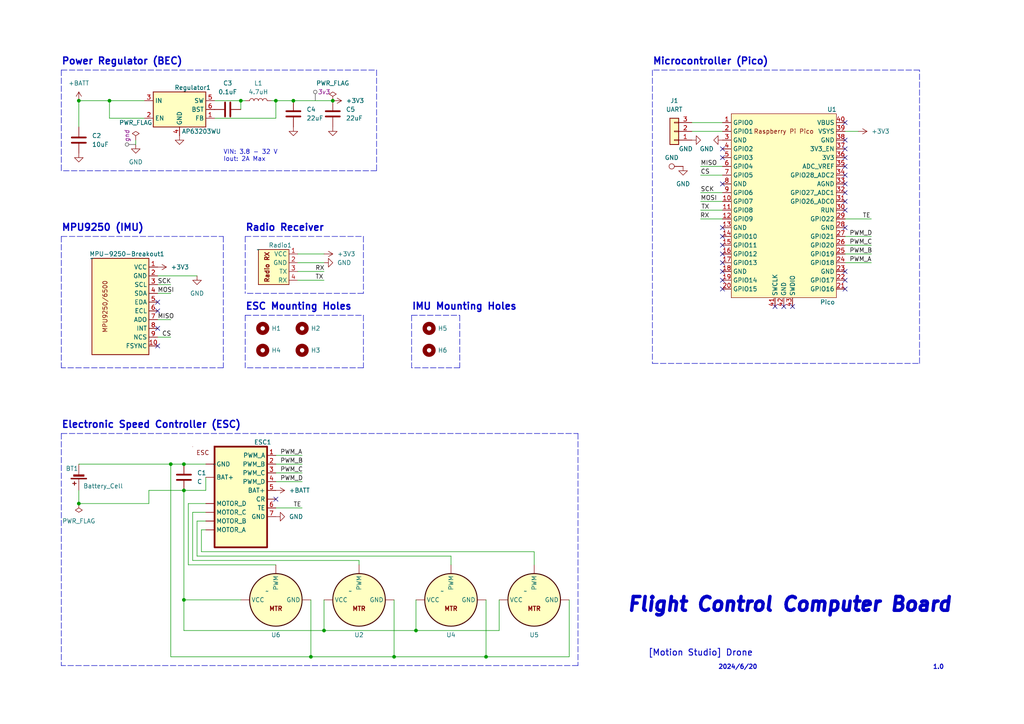
<source format=kicad_sch>
(kicad_sch (version 20230121) (generator eeschema)
  (paper "A4")
  (lib_symbols
    (symbol "Connector:TestPoint" (pin_numbers hide) (pin_names (offset 0.762) hide)
      (property "Reference" "TP" (at 0 6.858 0))
      (property "Value" "TestPoint" (at 0 5.08 0))
      (symbol "TestPoint_0_1"
        (circle (center 0 3.302) (radius 0.762))
      )
      (symbol "TestPoint_1_1"
        (pin passive line (at 0 0 90) (length 2.54) (name "1") (number "1"))
      )
    )
    (symbol "Connector_Generic:Conn_01x03" (pin_names (offset 1.016) hide)
      (property "Reference" "J" (at 0 5.08 0))
      (property "Value" "Conn_01x03" (at 0 -5.08 0))
      (symbol "Conn_01x03_1_1"
        (rectangle (start -1.27 -2.413) (end 0 -2.667) (stroke (width 0.1524)))
        (rectangle (start -1.27 0.127) (end 0 -0.127) (stroke (width 0.1524)))
        (rectangle (start -1.27 2.667) (end 0 2.413) (stroke (width 0.1524)))
        (rectangle (start -1.27 3.81) (end 1.27 -3.81) (stroke (width 0.254)) (fill (type background)))
        (pin passive line (at -5.08 2.54 0) (length 3.81) (name "Pin_1") (number "1"))
        (pin passive line (at -5.08 0 0) (length 3.81) (name "Pin_2") (number "2"))
        (pin passive line (at -5.08 -2.54 0) (length 3.81) (name "Pin_3") (number "3"))
      )
    )
    (symbol "Device:Battery_Cell" (pin_numbers hide) (pin_names (offset 0) hide)
      (property "Reference" "BT" (at 2.54 2.54 0))
      (property "Value" "Battery_Cell" (at 2.54 0 0))
      (symbol "Battery_Cell_0_1"
        (rectangle (start -2.286 1.778) (end 2.286 1.524) (fill (type outline)))
        (rectangle (start -1.524 1.016) (end 1.524 0.508) (fill (type outline)))
        (polyline (pts (xy 0 0.762) (xy 0 0)))
        (polyline (pts (xy 0 1.778) (xy 0 2.54)))
        (polyline (pts (xy 0.762 3.048) (xy 1.778 3.048)) (stroke (width 0.254)))
        (polyline (pts (xy 1.27 3.556) (xy 1.27 2.54)) (stroke (width 0.254)))
      )
      (symbol "Battery_Cell_1_1"
        (pin passive line (at 0 5.08 270) (length 2.54) (name "+") (number "1"))
        (pin passive line (at 0 -2.54 90) (length 2.54) (name "-") (number "2"))
      )
    )
    (symbol "Device:C" (pin_numbers hide) (pin_names (offset 0.254))
      (property "Reference" "C" (at 0.635 2.54 0))
      (property "Value" "C" (at 0.635 -2.54 0))
      (symbol "C_0_1"
        (polyline (pts (xy -2.032 -0.762) (xy 2.032 -0.762)) (stroke (width 0.508)))
        (polyline (pts (xy -2.032 0.762) (xy 2.032 0.762)) (stroke (width 0.508)))
      )
      (symbol "C_1_1"
        (pin passive line (at 0 3.81 270) (length 2.794) (name "~") (number "1"))
        (pin passive line (at 0 -3.81 90) (length 2.794) (name "~") (number "2"))
      )
    )
    (symbol "Device:L" (pin_numbers hide) (pin_names (offset 1.016) hide)
      (property "Reference" "L" (at -1.27 0 90))
      (property "Value" "L" (at 1.905 0 90))
      (symbol "L_0_1"
        (arc (start 0 -2.54) (mid 0.6323 -1.905) (end 0 -1.27))
        (arc (start 0 -1.27) (mid 0.6323 -0.635) (end 0 0))
        (arc (start 0 0) (mid 0.6323 0.635) (end 0 1.27))
        (arc (start 0 1.27) (mid 0.6323 1.905) (end 0 2.54))
      )
      (symbol "L_1_1"
        (pin passive line (at 0 3.81 270) (length 1.27) (name "1") (number "1"))
        (pin passive line (at 0 -3.81 90) (length 1.27) (name "2") (number "2"))
      )
    )
    (symbol "ESC_General_1"
      (property "Reference" "ESC1" (at 13.97 1.27 0))
      (property "Value" "~" (at 0 -5.08 0))
      (symbol "ESC_General_1_0_0"
        (text_box "ESC" (at -6.35 0 0) (size 0 0) (effects (font (size 1.27 1.27)) (justify left top)))
      )
      (symbol "ESC_General_1_1_1"
        (rectangle (start 0 0) (end 15.24 -29.21) (stroke (width 0.5) (color 132 0 0 1)) (fill (type background)))
        (pin bidirectional line (at -2.54 -8.89 0) (length 2.54) (name "BAT+") (number ""))
        (pin bidirectional line (at 17.78 -15.24 180) (length 2.54) (name "CR") (number ""))
        (pin bidirectional line (at -2.54 -5.08 0) (length 2.54) (name "GND") (number ""))
        (pin output line (at -2.54 -24.13 0) (length 2.54) (name "MOTOR_A") (number ""))
        (pin output line (at -2.54 -21.59 0) (length 2.54) (name "MOTOR_B") (number ""))
        (pin output line (at -2.54 -19.05 0) (length 2.54) (name "MOTOR_C") (number ""))
        (pin output line (at -2.54 -16.51 0) (length 2.54) (name "MOTOR_D") (number ""))
        (pin input line (at 17.78 -2.54 180) (length 2.54) (name "PWM_A") (number "1"))
        (pin input line (at 17.78 -5.08 180) (length 2.54) (name "PWM_B") (number "2"))
        (pin input line (at 17.78 -7.62 180) (length 2.54) (name "PWM_C") (number "3"))
        (pin input line (at 17.78 -10.16 180) (length 2.54) (name "PWM_D") (number "4"))
        (pin power_out line (at 17.78 -12.7 180) (length 2.54) (name "BAT+") (number "5"))
        (pin bidirectional line (at 17.78 -17.78 180) (length 2.54) (name "TE") (number "6"))
        (pin power_in line (at 17.78 -20.32 180) (length 2.54) (name "GND") (number "7"))
      )
    )
    (symbol "MCU_RaspberryPi_and_Boards:Pico"
      (property "Reference" "U" (at -13.97 27.94 0))
      (property "Value" "Pico" (at 0 19.05 0))
      (symbol "Pico_0_0"
        (text "Raspberry Pi Pico" (at 0 21.59 0) (effects (font (size 1.27 1.27))))
      )
      (symbol "Pico_0_1"
        (rectangle (start -15.24 26.67) (end 15.24 -26.67) (fill (type background)))
      )
      (symbol "Pico_1_1"
        (pin bidirectional line (at -17.78 24.13 0) (length 2.54) (name "GPIO0") (number "1"))
        (pin bidirectional line (at -17.78 1.27 0) (length 2.54) (name "GPIO7") (number "10"))
        (pin bidirectional line (at -17.78 -1.27 0) (length 2.54) (name "GPIO8") (number "11"))
        (pin bidirectional line (at -17.78 -3.81 0) (length 2.54) (name "GPIO9") (number "12"))
        (pin power_in line (at -17.78 -6.35 0) (length 2.54) (name "GND") (number "13"))
        (pin bidirectional line (at -17.78 -8.89 0) (length 2.54) (name "GPIO10") (number "14"))
        (pin bidirectional line (at -17.78 -11.43 0) (length 2.54) (name "GPIO11") (number "15"))
        (pin bidirectional line (at -17.78 -13.97 0) (length 2.54) (name "GPIO12") (number "16"))
        (pin bidirectional line (at -17.78 -16.51 0) (length 2.54) (name "GPIO13") (number "17"))
        (pin power_in line (at -17.78 -19.05 0) (length 2.54) (name "GND") (number "18"))
        (pin bidirectional line (at -17.78 -21.59 0) (length 2.54) (name "GPIO14") (number "19"))
        (pin bidirectional line (at -17.78 21.59 0) (length 2.54) (name "GPIO1") (number "2"))
        (pin bidirectional line (at -17.78 -24.13 0) (length 2.54) (name "GPIO15") (number "20"))
        (pin bidirectional line (at 17.78 -24.13 180) (length 2.54) (name "GPIO16") (number "21"))
        (pin bidirectional line (at 17.78 -21.59 180) (length 2.54) (name "GPIO17") (number "22"))
        (pin power_in line (at 17.78 -19.05 180) (length 2.54) (name "GND") (number "23"))
        (pin bidirectional line (at 17.78 -16.51 180) (length 2.54) (name "GPIO18") (number "24"))
        (pin bidirectional line (at 17.78 -13.97 180) (length 2.54) (name "GPIO19") (number "25"))
        (pin bidirectional line (at 17.78 -11.43 180) (length 2.54) (name "GPIO20") (number "26"))
        (pin bidirectional line (at 17.78 -8.89 180) (length 2.54) (name "GPIO21") (number "27"))
        (pin power_in line (at 17.78 -6.35 180) (length 2.54) (name "GND") (number "28"))
        (pin bidirectional line (at 17.78 -3.81 180) (length 2.54) (name "GPIO22") (number "29"))
        (pin power_in line (at -17.78 19.05 0) (length 2.54) (name "GND") (number "3"))
        (pin input line (at 17.78 -1.27 180) (length 2.54) (name "RUN") (number "30"))
        (pin bidirectional line (at 17.78 1.27 180) (length 2.54) (name "GPIO26_ADC0") (number "31"))
        (pin bidirectional line (at 17.78 3.81 180) (length 2.54) (name "GPIO27_ADC1") (number "32"))
        (pin power_in line (at 17.78 6.35 180) (length 2.54) (name "AGND") (number "33"))
        (pin bidirectional line (at 17.78 8.89 180) (length 2.54) (name "GPIO28_ADC2") (number "34"))
        (pin power_in line (at 17.78 11.43 180) (length 2.54) (name "ADC_VREF") (number "35"))
        (pin power_in line (at 17.78 13.97 180) (length 2.54) (name "3V3") (number "36"))
        (pin input line (at 17.78 16.51 180) (length 2.54) (name "3V3_EN") (number "37"))
        (pin bidirectional line (at 17.78 19.05 180) (length 2.54) (name "GND") (number "38"))
        (pin power_in line (at 17.78 21.59 180) (length 2.54) (name "VSYS") (number "39"))
        (pin bidirectional line (at -17.78 16.51 0) (length 2.54) (name "GPIO2") (number "4"))
        (pin power_in line (at 17.78 24.13 180) (length 2.54) (name "VBUS") (number "40"))
        (pin input line (at -2.54 -29.21 90) (length 2.54) (name "SWCLK") (number "41"))
        (pin power_in line (at 0 -29.21 90) (length 2.54) (name "GND") (number "42"))
        (pin bidirectional line (at 2.54 -29.21 90) (length 2.54) (name "SWDIO") (number "43"))
        (pin bidirectional line (at -17.78 13.97 0) (length 2.54) (name "GPIO3") (number "5"))
        (pin bidirectional line (at -17.78 11.43 0) (length 2.54) (name "GPIO4") (number "6"))
        (pin bidirectional line (at -17.78 8.89 0) (length 2.54) (name "GPIO5") (number "7"))
        (pin power_in line (at -17.78 6.35 0) (length 2.54) (name "GND") (number "8"))
        (pin bidirectional line (at -17.78 3.81 0) (length 2.54) (name "GPIO6") (number "9"))
      )
    )
    (symbol "Mechanical:MountingHole" (pin_names (offset 1.016))
      (property "Reference" "H" (at 0 5.08 0))
      (property "Value" "MountingHole" (at 0 3.175 0))
      (symbol "MountingHole_0_1"
        (circle (center 0 0) (radius 1.27) (stroke (width 1.27)))
      )
    )
    (symbol "Motor_General_1"
      (property "Reference" "U5" (at 2.54 -12.7 0))
      (property "Value" "~" (at 0 0 0))
      (symbol "Motor_General_1_1_1"
        (circle (center 2.54 -2.54) (radius 7.62) (stroke (width 0.3) (color 72 0 0 1)) (fill (type background)))
        (text "MTR" (at 2.54 -5.08 0) (effects (font (size 1.27 1.27) bold)))
        (pin bidirectional line (at 12.7 -2.54 180) (length 2.54) (name "GND") (number ""))
        (pin input line (at 2.54 7.62 270) (length 2.54) (name "PWM") (number ""))
        (pin bidirectional line (at -7.62 -2.54 0) (length 2.54) (name "VCC") (number ""))
      )
    )
    (symbol "Parts:HappyModelRadio_Recevier"
      (property "Reference" "U" (at 0 1.27 0))
      (symbol "HappyModelRadio_Recevier_1_1"
        (rectangle (start 0 0) (end 8.89 -10.16) (stroke (width 0.2)) (fill (type background)))
        (text "Radio RX" (at 2.54 -5.08 900) (effects (font (size 1.27 1.27) bold)))
        (pin power_in line (at 11.43 -1.27 180) (length 2.54) (name "VCC") (number "1"))
        (pin power_in line (at 11.43 -3.81 180) (length 2.54) (name "GND") (number "2"))
        (pin bidirectional line (at 11.43 -6.35 180) (length 2.54) (name "TX") (number "3"))
        (pin bidirectional line (at 11.43 -8.89 180) (length 2.54) (name "RX") (number "4"))
      )
    )
    (symbol "Parts:Motor_General"
      (property "Reference" "U" (at -10.16 5.08 0))
      (symbol "Motor_General_1_1"
        (circle (center 2.54 -2.54) (radius 7.62) (stroke (width 0.3) (color 72 0 0 1)) (fill (type background)))
        (text "MTR" (at 2.54 -5.08 0) (effects (font (size 1.27 1.27) bold)))
        (pin bidirectional line (at 12.7 -2.54 180) (length 2.54) (name "GND") (number ""))
        (pin input line (at 2.54 7.62 270) (length 2.54) (name "PWM") (number ""))
        (pin power_in line (at -7.62 -2.54 0) (length 2.54) (name "VCC") (number ""))
      )
    )
    (symbol "Regulator_Switching:AP63203WU"
      (property "Reference" "U" (at -7.62 6.35 0))
      (property "Value" "AP63203WU" (at 2.54 6.35 0))
      (symbol "AP63203WU_0_1"
        (rectangle (start -7.62 5.08) (end 7.62 -5.08) (stroke (width 0.254)) (fill (type background)))
      )
      (symbol "AP63203WU_1_1"
        (pin input line (at 10.16 -2.54 180) (length 2.54) (name "FB") (number "1"))
        (pin input line (at -10.16 -2.54 0) (length 2.54) (name "EN") (number "2"))
        (pin power_in line (at -10.16 2.54 0) (length 2.54) (name "IN") (number "3"))
        (pin power_in line (at 0 -7.62 90) (length 2.54) (name "GND") (number "4"))
        (pin output line (at 10.16 2.54 180) (length 2.54) (name "SW") (number "5"))
        (pin passive line (at 10.16 0 180) (length 2.54) (name "BST") (number "6"))
      )
    )
    (symbol "Sensor_Motion:MP9250-Breakout"
      (property "Reference" "MPU-9250-Breakout" (at 10.16 2.54 0))
      (property "Footprint" "Connector_PinHeader_2.54mm:MPU9250-Breakout" (at 25.4 6.35 0))
      (symbol "MP9250-Breakout_1_1"
        (rectangle (start 0 0) (end 16.51 -27.94) (stroke (width 0.254)) (fill (type background)))
        (text "MPU9250/6500" (at 3.81 -13.97 900) (effects (font (size 1.27 1.27))))
        (pin power_in line (at 19.05 -2.54 180) (length 2.54) (name "VCC") (number "1"))
        (pin bidirectional line (at 19.05 -25.4 180) (length 2.54) (name "FSYNC") (number "10"))
        (pin power_in line (at 19.05 -5.08 180) (length 2.54) (name "GND") (number "2"))
        (pin bidirectional line (at 19.05 -7.62 180) (length 2.54) (name "SCL") (number "3"))
        (pin bidirectional line (at 19.05 -10.16 180) (length 2.54) (name "SDA") (number "4"))
        (pin bidirectional line (at 19.05 -12.7 180) (length 2.54) (name "EDA") (number "5"))
        (pin bidirectional line (at 19.05 -15.24 180) (length 2.54) (name "ECL") (number "6"))
        (pin bidirectional line (at 19.05 -17.78 180) (length 2.54) (name "ADO") (number "7"))
        (pin bidirectional line (at 19.05 -20.32 180) (length 2.54) (name "INT") (number "8"))
        (pin bidirectional line (at 19.05 -22.86 180) (length 2.54) (name "NCS") (number "9"))
      )
    )
    (symbol "power:+3V3" (power) (pin_names (offset 0))
      (property "Value" "+3V3" (at 0 3.556 0))
      (symbol "+3V3_0_1"
        (polyline (pts (xy -0.762 1.27) (xy 0 2.54)))
        (polyline (pts (xy 0 0) (xy 0 2.54)))
        (polyline (pts (xy 0 2.54) (xy 0.762 1.27)))
      )
      (symbol "+3V3_1_1"
        (pin power_in line (at 0 0 90) (length 0) hide (name "+3V3") (number "1"))
      )
    )
    (symbol "power:+BATT" (power) (pin_names (offset 0))
      (property "Value" "+BATT" (at 0 3.556 0))
      (symbol "+BATT_0_1"
        (polyline (pts (xy -0.762 1.27) (xy 0 2.54)))
        (polyline (pts (xy 0 0) (xy 0 2.54)))
        (polyline (pts (xy 0 2.54) (xy 0.762 1.27)))
      )
      (symbol "+BATT_1_1"
        (pin power_in line (at 0 0 90) (length 0) hide (name "+BATT") (number "1"))
      )
    )
    (symbol "power:GND" (power) (pin_names (offset 0))
      (property "Value" "GND" (at 0 -3.81 0))
      (symbol "GND_0_1"
        (polyline (pts (xy 0 0) (xy 0 -1.27) (xy 1.27 -1.27) (xy 0 -2.54) (xy -1.27 -1.27) (xy 0 -1.27)))
      )
      (symbol "GND_1_1"
        (pin power_in line (at 0 0 270) (length 0) hide (name "GND") (number "1"))
      )
    )
    (symbol "power:PWR_FLAG" (power) (pin_numbers hide) (pin_names (offset 0) hide)
      (property "Value" "PWR_FLAG" (at 0 3.81 0))
      (symbol "PWR_FLAG_0_0"
        (pin power_out line (at 0 0 90) (length 0) (name "pwr") (number "1"))
      )
      (symbol "PWR_FLAG_0_1"
        (polyline (pts (xy 0 0) (xy 0 1.27) (xy -1.016 1.905) (xy 0 2.54) (xy 1.016 1.905) (xy 0 1.27)))
      )
    )
  )
  (junction (at 93.98 182.88))
  (junction (at 120.65 182.88))
  (junction (at 53.34 134.62))
  (junction (at 49.53 134.62))
  (junction (at 140.97 190.5))
  (junction (at 22.86 29.21))
  (junction (at 31.75 29.21))
  (junction (at 69.85 29.21))
  (junction (at 85.09 29.21))
  (junction (at 22.86 146.05))
  (junction (at 53.34 142.24))
  (junction (at 53.34 173.99))
  (junction (at 96.52 29.21))
  (junction (at 80.01 29.21))
  (junction (at 114.3 190.5))
  (junction (at 90.17 190.5))
  (no_connect (at 224.79 88.9))
  (no_connect (at 80.01 144.78))
  (no_connect (at 245.11 81.28))
  (no_connect (at 229.87 88.9))
  (no_connect (at 209.55 73.66))
  (no_connect (at 245.11 66.04))
  (no_connect (at 245.11 83.82))
  (no_connect (at 45.72 100.33))
  (no_connect (at 45.72 90.17))
  (no_connect (at 245.11 35.56))
  (no_connect (at 45.72 87.63))
  (no_connect (at 209.55 83.82))
  (no_connect (at 245.11 48.26))
  (no_connect (at 245.11 55.88))
  (no_connect (at 209.55 76.2))
  (no_connect (at 245.11 58.42))
  (no_connect (at 45.72 95.25))
  (no_connect (at 227.33 88.9))
  (no_connect (at 209.55 71.12))
  (no_connect (at 245.11 78.74))
  (no_connect (at 209.55 66.04))
  (no_connect (at 245.11 53.34))
  (no_connect (at 245.11 45.72))
  (no_connect (at 209.55 68.58))
  (no_connect (at 209.55 45.72))
  (no_connect (at 245.11 50.8))
  (no_connect (at 209.55 43.18))
  (no_connect (at 245.11 43.18))
  (no_connect (at 245.11 40.64))
  (no_connect (at 209.55 53.34))
  (no_connect (at 209.55 81.28))
  (no_connect (at 245.11 60.96))
  (no_connect (at 209.55 78.74))
  (polyline (pts (xy 17.78 20.32) (xy 109.22 20.32)) (stroke (width 0) (type dash)))
  (wire (pts (xy 54.61 163.83) (xy 80.01 163.83)))
  (wire (pts (xy 203.2 58.42) (xy 209.55 58.42)))
  (wire (pts (xy 85.09 29.21) (xy 96.52 29.21)))
  (wire (pts (xy 31.75 29.21) (xy 41.91 29.21)))
  (polyline (pts (xy 109.22 49.53) (xy 17.78 49.53)) (stroke (width 0) (type dash)))
  (wire (pts (xy 200.66 38.1) (xy 209.55 38.1)))
  (wire (pts (xy 90.17 190.5) (xy 49.53 190.5)))
  (polyline (pts (xy 17.78 125.73) (xy 17.78 193.04)) (stroke (width 0) (type dash)))
  (polyline (pts (xy 119.38 91.44) (xy 119.38 106.68)) (stroke (width 0) (type dash)))
  (wire (pts (xy 80.01 29.21) (xy 80.01 34.29)))
  (wire (pts (xy 154.94 160.02) (xy 154.94 163.83)))
  (wire (pts (xy 53.34 134.62) (xy 59.69 134.62)))
  (wire (pts (xy 203.2 48.26) (xy 209.55 48.26)))
  (wire (pts (xy 80.01 29.21) (xy 85.09 29.21)))
  (wire (pts (xy 57.15 151.13) (xy 57.15 161.29)))
  (polyline (pts (xy 71.12 68.58) (xy 105.41 68.58)) (stroke (width 0) (type dash)))
  (wire (pts (xy 245.11 71.12) (xy 252.73 71.12)))
  (wire (pts (xy 53.34 182.88) (xy 93.98 182.88)))
  (wire (pts (xy 130.81 161.29) (xy 130.81 163.83)))
  (polyline (pts (xy 167.64 193.04) (xy 17.78 193.04)) (stroke (width 0) (type dash)))
  (polyline (pts (xy 105.41 68.58) (xy 105.41 85.09)) (stroke (width 0) (type dash)))
  (wire (pts (xy 93.98 182.88) (xy 120.65 182.88)))
  (wire (pts (xy 59.69 146.05) (xy 54.61 146.05)))
  (wire (pts (xy 209.55 60.96) (xy 203.2 60.96)))
  (wire (pts (xy 54.61 146.05) (xy 54.61 163.83)))
  (polyline (pts (xy 17.78 20.32) (xy 17.78 49.53)) (stroke (width 0) (type dash)))
  (wire (pts (xy 58.42 160.02) (xy 154.94 160.02)))
  (wire (pts (xy 59.69 153.67) (xy 58.42 153.67)))
  (wire (pts (xy 53.34 182.88) (xy 53.34 173.99)))
  (wire (pts (xy 78.74 29.21) (xy 80.01 29.21)))
  (wire (pts (xy 80.01 139.7) (xy 87.63 139.7)))
  (wire (pts (xy 80.01 134.62) (xy 87.63 134.62)))
  (wire (pts (xy 55.88 162.56) (xy 104.14 162.56)))
  (wire (pts (xy 59.69 151.13) (xy 57.15 151.13)))
  (polyline (pts (xy 17.78 68.58) (xy 17.78 106.68)) (stroke (width 0) (type dash)))
  (wire (pts (xy 45.72 97.79) (xy 49.53 97.79)))
  (wire (pts (xy 252.73 63.5) (xy 245.11 63.5)))
  (wire (pts (xy 245.11 76.2) (xy 252.73 76.2)))
  (wire (pts (xy 58.42 153.67) (xy 58.42 160.02)))
  (wire (pts (xy 80.01 137.16) (xy 87.63 137.16)))
  (polyline (pts (xy 71.12 91.44) (xy 105.41 91.44)) (stroke (width 0) (type dash)))
  (wire (pts (xy 59.69 148.59) (xy 55.88 148.59)))
  (polyline (pts (xy 105.41 91.44) (xy 105.41 106.68)) (stroke (width 0) (type dash)))
  (wire (pts (xy 144.78 173.99) (xy 144.78 182.88)))
  (polyline (pts (xy 266.7 105.41) (xy 266.7 20.32)) (stroke (width 0) (type dash)))
  (wire (pts (xy 62.23 34.29) (xy 80.01 34.29)))
  (wire (pts (xy 45.72 92.71) (xy 49.53 92.71)))
  (wire (pts (xy 55.88 148.59) (xy 55.88 162.56)))
  (polyline (pts (xy 71.12 91.44) (xy 71.12 106.68)) (stroke (width 0) (type dash)))
  (wire (pts (xy 45.72 85.09) (xy 49.53 85.09)))
  (polyline (pts (xy 266.7 20.32) (xy 189.23 20.32)) (stroke (width 0) (type dash)))
  (wire (pts (xy 120.65 182.88) (xy 144.78 182.88)))
  (polyline (pts (xy 189.23 105.41) (xy 266.7 105.41)) (stroke (width 0) (type dash)))
  (wire (pts (xy 69.85 29.21) (xy 71.12 29.21)))
  (polyline (pts (xy 109.22 20.32) (xy 109.22 49.53)) (stroke (width 0) (type dash)))
  (wire (pts (xy 114.3 190.5) (xy 114.3 173.99)))
  (wire (pts (xy 245.11 68.58) (xy 252.73 68.58)))
  (wire (pts (xy 43.18 142.24) (xy 53.34 142.24)))
  (polyline (pts (xy 64.77 106.68) (xy 17.78 106.68)) (stroke (width 0) (type dash)))
  (wire (pts (xy 22.86 29.21) (xy 22.86 36.83)))
  (wire (pts (xy 22.86 134.62) (xy 49.53 134.62)))
  (wire (pts (xy 90.17 190.5) (xy 90.17 173.99)))
  (wire (pts (xy 86.36 78.74) (xy 93.98 78.74)))
  (wire (pts (xy 49.53 134.62) (xy 49.53 190.5)))
  (polyline (pts (xy 133.35 106.68) (xy 119.38 106.68)) (stroke (width 0) (type dash)))
  (wire (pts (xy 45.72 82.55) (xy 49.53 82.55)))
  (wire (pts (xy 69.85 173.99) (xy 53.34 173.99)))
  (wire (pts (xy 22.86 146.05) (xy 22.86 142.24)))
  (wire (pts (xy 86.36 76.2) (xy 93.98 76.2)))
  (wire (pts (xy 245.11 73.66) (xy 252.73 73.66)))
  (wire (pts (xy 209.55 63.5) (xy 203.2 63.5)))
  (wire (pts (xy 31.75 29.21) (xy 31.75 34.29)))
  (polyline (pts (xy 17.78 68.58) (xy 64.77 68.58)) (stroke (width 0) (type dash)))
  (wire (pts (xy 90.17 190.5) (xy 114.3 190.5)))
  (wire (pts (xy 62.23 29.21) (xy 69.85 29.21)))
  (polyline (pts (xy 17.78 125.73) (xy 167.64 125.73)) (stroke (width 0) (type dash)))
  (wire (pts (xy 200.66 35.56) (xy 209.55 35.56)))
  (wire (pts (xy 120.65 182.88) (xy 120.65 173.99)))
  (wire (pts (xy 43.18 142.24) (xy 43.18 146.05)))
  (polyline (pts (xy 133.35 91.44) (xy 133.35 106.68)) (stroke (width 0) (type dash)))
  (wire (pts (xy 87.63 147.32) (xy 80.01 147.32)))
  (wire (pts (xy 80.01 132.08) (xy 87.63 132.08)))
  (wire (pts (xy 59.69 138.43) (xy 59.69 142.24)))
  (wire (pts (xy 59.69 142.24) (xy 53.34 142.24)))
  (polyline (pts (xy 167.64 125.73) (xy 167.64 193.04)) (stroke (width 0) (type dash)))
  (wire (pts (xy 41.91 34.29) (xy 31.75 34.29)))
  (wire (pts (xy 69.85 29.21) (xy 69.85 31.75)))
  (polyline (pts (xy 119.38 91.44) (xy 133.35 91.44)) (stroke (width 0) (type dash)))
  (polyline (pts (xy 105.41 85.09) (xy 71.12 85.09)) (stroke (width 0) (type dash)))
  (polyline (pts (xy 105.41 106.68) (xy 71.12 106.68)) (stroke (width 0) (type dash)))
  (wire (pts (xy 39.37 40.64) (xy 39.37 41.91)))
  (wire (pts (xy 114.3 190.5) (xy 140.97 190.5)))
  (wire (pts (xy 203.2 55.88) (xy 209.55 55.88)))
  (wire (pts (xy 104.14 162.56) (xy 104.14 163.83)))
  (wire (pts (xy 93.98 182.88) (xy 93.98 173.99)))
  (wire (pts (xy 57.15 161.29) (xy 130.81 161.29)))
  (wire (pts (xy 248.92 38.1) (xy 245.11 38.1)))
  (wire (pts (xy 57.15 80.01) (xy 45.72 80.01)))
  (wire (pts (xy 53.34 142.24) (xy 53.34 173.99)))
  (polyline (pts (xy 189.23 20.32) (xy 189.23 105.41)) (stroke (width 0) (type dash)))
  (wire (pts (xy 165.1 173.99) (xy 165.1 190.5)))
  (polyline (pts (xy 71.12 68.58) (xy 71.12 85.09)) (stroke (width 0) (type dash)))
  (wire (pts (xy 22.86 146.05) (xy 43.18 146.05)))
  (wire (pts (xy 49.53 134.62) (xy 53.34 134.62)))
  (wire (pts (xy 86.36 73.66) (xy 93.98 73.66)))
  (wire (pts (xy 140.97 190.5) (xy 165.1 190.5)))
  (wire (pts (xy 22.86 29.21) (xy 31.75 29.21)))
  (wire (pts (xy 203.2 50.8) (xy 209.55 50.8)))
  (wire (pts (xy 86.36 81.28) (xy 93.98 81.28)))
  (polyline (pts (xy 64.77 68.58) (xy 64.77 106.68)) (stroke (width 0) (type dash)))
  (wire (pts (xy 140.97 190.5) (xy 140.97 173.99)))
  (text "Flight Control Computer Board" (at 181.61 177.8 0) (effects (font (size 4 4) (thickness 1) bold italic) (justify left bottom)))
  (text "2024/6/20" (at 208.28 194.31 0) (effects (font (size 1.27 1.27) bold) (justify left bottom)))
  (text "ESC Mounting Holes" (at 71.12 90.17 0) (effects (font (size 2 2) (thickness 0.4) bold) (justify left bottom)))
  (text "MPU9250 (IMU)" (at 17.78 67.31 0) (effects (font (size 2 2) (thickness 0.4) bold) (justify left bottom)))
  (text "IMU Mounting Holes" (at 119.38 90.17 0) (effects (font (size 2 2) (thickness 0.4) bold) (justify left bottom)))
  (text "Power Regulator (BEC)" (at 17.78 19.05 0) (effects (font (size 2 2) (thickness 0.4) bold) (justify left bottom)))
  (text "[Motion Studio] Drone " (at 187.96 190.5 0) (effects (font (size 1.8 1.8) (thickness 0.254) bold) (justify left bottom)))
  (text "1.0" (at 270.51 194.31 0) (effects (font (size 1.27 1.27) bold) (justify left bottom)))
  (text "Electronic Speed Controller (ESC)" (at 17.78 124.46 0) (effects (font (size 2 2) (thickness 0.4) bold) (justify left bottom)))
  (text "Radio Receiver" (at 71.12 67.31 0) (effects (font (size 2 2) (thickness 0.4) bold) (justify left bottom)))
  (text "VIN: 3.8 - 32 V\nIout: 2A Max" (at 64.77 46.99 0) (effects (font (size 1.27 1.27)) (justify left bottom)))
  (text "Microcontroller (Pico)" (at 189.23 19.05 0) (effects (font (size 2 2) (thickness 0.4) bold) (justify left bottom)))
  (label "SCK" (at 45.72 82.55 0))
  (label "MISO" (at 45.72 92.71 0))
  (label "TX" (at 205.74 60.96 180))
  (label "RX" (at 205.74 63.5 180))
  (label "PWM_A" (at 246.38 76.2 0))
  (label "PWM_C" (at 246.38 71.12 0))
  (label "TE" (at 250.19 63.5 0))
  (label "MOSI" (at 45.72 85.09 0))
  (label "PWM_B" (at 81.28 134.62 0))
  (label "TE" (at 85.09 147.32 0))
  (label "PWM_B" (at 246.38 73.66 0))
  (label "MISO" (at 203.2 48.26 0))
  (label "CS" (at 203.2 50.8 0))
  (label "MOSI" (at 203.2 58.42 0))
  (label "CS" (at 46.99 97.79 0))
  (label "SCK" (at 203.2 55.88 0))
  (label "RX" (at 91.44 78.74 0))
  (label "PWM_C" (at 81.28 137.16 0))
  (label "PWM_D" (at 246.38 68.58 0))
  (label "TX" (at 91.44 81.28 0))
  (label "PWM_D" (at 81.28 139.7 0))
  (label "PWM_A" (at 81.28 132.08 0))
  (netclass_flag "" (length 2.54) (shape round) (at 39.37 41.91 90) (property "Netclass" "gnd" (at 36.83 41.2115 90) (effects (font italic) (justify left))))
  (netclass_flag "" (length 2.54) (shape round) (at 91.44 29.21 0) (property "Netclass" "3v3" (at 92.1385 26.67 0) (effects (font italic) (justify left))))
  (symbol (lib_id "Device:C") (at 53.34 138.43 0) (unit 1)
    (property "Reference" "C1" (at 57.15 137.16 0) (effects (justify left)))
    (property "Value" "C" (at 57.15 139.7 0) (effects (justify left)))
  )
  (symbol (lib_id "Mechanical:MountingHole") (at 87.63 95.25 0) (unit 1)
    (property "Reference" "H2" (at 90.17 95.25 0) (effects (justify left)))
    (property "Value" "MountingHole" (effects hide))
    (property "Footprint" "MountingHole:MountingHole_4mm" (effects hide))
  )
  (symbol (lib_id "Parts:HappyModelRadio_Recevier") (at 74.93 72.39 0) (unit 1)
    (property "Reference" "Radio1" (at 81.28 71.12 0))
    (property "Value" "~" (at 74.93 72.39 0))
    (property "Footprint" "footprint:Radio" (effects hide))
  )
  (symbol (lib_id "Device:C") (at 22.86 40.64 0) (unit 1)
    (property "Reference" "C2" (at 26.67 39.37 0) (effects (justify left)))
    (property "Value" "10uF" (at 26.67 41.91 0) (effects (justify left)))
    (property "Footprint" "Capacitor_SMD:C_0805_2012Metric" (effects hide))
  )
  (symbol (lib_id "Parts:Motor_General") (at 128.27 171.45 0) (unit 1)
    (property "Reference" "U4" (at 130.81 184.15 0))
    (property "Value" "~" (at 128.27 171.45 0))
  )
  (symbol (lib_id "Mechanical:MountingHole") (at 124.46 101.6 0) (unit 1)
    (property "Reference" "H6" (at 127 101.6 0) (effects (justify left)))
    (property "Value" "MountingHole" (effects hide))
    (property "Footprint" "MountingHole:MountingHole_3.2mm_M3" (effects hide))
  )
  (symbol (lib_id "power:GND") (at 22.86 44.45 0) (unit 1)
    (property "Reference" "#PWR02" (effects hide))
    (property "Value" "GND" (effects hide))
  )
  (symbol (lib_id "power:+3V3") (at 93.98 73.66 270) (unit 1)
    (property "Reference" "#PWR012" (effects hide))
    (property "Value" "+3V3" (at 97.79 73.66 90) (effects (justify left)))
  )
  (symbol (lib_id "power:GND") (at 198.12 48.26 0) (unit 1)
    (property "Reference" "#PWR016" (effects hide))
    (property "Value" "GND" (at 198.12 53.34 0))
  )
  (symbol (lib_id "power:+3V3") (at 45.72 77.47 270) (unit 1)
    (property "Reference" "#PWR010" (effects hide))
    (property "Value" "+3V3" (at 49.53 77.47 90) (effects (justify left)))
  )
  (symbol (lib_id "Device:Battery_Cell") (at 22.86 137.16 180) (unit 1)
    (property "Reference" "BT1" (at 19.05 135.89 0) (effects (justify right)))
    (property "Value" "Battery_Cell" (at 24.13 140.97 0) (effects (justify right)))
  )
  (symbol (lib_id "power:PWR_FLAG") (at 22.86 146.05 180) (unit 1)
    (property "Reference" "#FLG02" (effects hide))
    (property "Value" "PWR_FLAG" (at 22.86 151.13 0))
  )
  (symbol (lib_id "Mechanical:MountingHole") (at 124.46 95.25 0) (unit 1)
    (property "Reference" "H5" (at 127 95.25 0) (effects (justify left)))
    (property "Value" "MountingHole" (effects hide))
    (property "Footprint" "MountingHole:MountingHole_3.2mm_M3" (effects hide))
  )
  (symbol (lib_id "Connector:TestPoint") (at 198.12 48.26 90) (unit 1)
    (property "Reference" "TP3" (effects hide))
    (property "Value" "GND" (at 194.818 45.72 90))
    (property "Footprint" "TestPoint:TestPoint_Pad_D2.0mm" (effects hide))
  )
  (symbol (lib_id "Device:C") (at 66.04 31.75 90) (unit 1)
    (property "Reference" "C3" (at 66.04 24.13 90))
    (property "Value" "0.1uF" (at 66.04 26.67 90))
    (property "Footprint" "Capacitor_SMD:C_0805_2012Metric" (effects hide))
  )
  (symbol (lib_id "power:+BATT") (at 22.86 29.21 0) (unit 1)
    (property "Reference" "#PWR07" (effects hide))
    (property "Value" "+BATT" (at 22.86 24.13 0))
  )
  (symbol (lib_id "Parts:Motor_General") (at 101.6 171.45 0) (unit 1)
    (property "Reference" "U2" (at 104.14 184.15 0))
    (property "Value" "~" (at 101.6 171.45 0))
  )
  (symbol (lib_id "Mechanical:MountingHole") (at 87.63 101.6 0) (unit 1)
    (property "Reference" "H3" (at 90.17 101.6 0) (effects (justify left)))
    (property "Value" "MountingHole" (effects hide))
    (property "Footprint" "MountingHole:MountingHole_4mm" (effects hide))
  )
  (symbol (lib_id "Parts:Motor_General") (at 77.47 171.45 0) (unit 1)
    (property "Reference" "U6" (at 80.01 184.15 0))
    (property "Value" "~" (at 77.47 171.45 0))
  )
  (symbol (lib_id "power:GND") (at 93.98 76.2 90) (unit 1)
    (property "Reference" "#PWR013" (effects hide))
    (property "Value" "GND" (at 97.79 76.2 90) (effects (justify right)))
  )
  (symbol (lib_id "Mechanical:MountingHole") (at 76.2 95.25 0) (unit 1)
    (property "Reference" "H1" (at 78.74 95.25 0) (effects (justify left)))
    (property "Value" "MountingHole" (effects hide))
    (property "Footprint" "MountingHole:MountingHole_4mm" (effects hide))
  )
  (symbol (lib_id "Device:C") (at 96.52 33.02 0) (unit 1)
    (property "Reference" "C5" (at 100.33 31.75 0) (effects (justify left)))
    (property "Value" "22uF" (at 100.33 34.29 0) (effects (justify left)))
    (property "Footprint" "Capacitor_SMD:C_0805_2012Metric" (effects hide))
  )
  (symbol (lib_id "power:+3V3") (at 248.92 38.1 270) (unit 1)
    (property "Reference" "#PWR01" (effects hide))
    (property "Value" "+3V3" (at 252.73 38.1 90) (effects (justify left)))
  )
  (symbol (lib_id "power:GND") (at 52.07 39.37 0) (unit 1)
    (property "Reference" "#PWR03" (effects hide))
    (property "Value" "GND" (effects hide))
  )
  (symbol (lib_id "power:GND") (at 39.37 41.91 0) (unit 1)
    (property "Reference" "#PWR014" (effects hide))
    (property "Value" "GND" (at 39.37 46.99 0))
  )
  (symbol (lib_id "power:GND") (at 209.55 40.64 270) (unit 1)
    (property "Reference" "#PWR09" (effects hide))
    (property "Value" "GND" (at 207.01 43.18 90) (effects (justify right)))
  )
  (symbol (lib_name "ESC_General_1") (lib_id "Parts:ESC_General") (at 62.23 129.54 0) (unit 1)
    (property "Reference" "ESC1" (at 76.2 128.27 0))
    (property "Value" "~" (at 62.23 134.62 0))
    (property "Footprint" "footprint:ESC" (effects hide))
  )
  (symbol (lib_id "power:+BATT") (at 80.01 142.24 270) (unit 1)
    (property "Reference" "#PWR08" (effects hide))
    (property "Value" "+BATT" (at 83.82 142.24 90) (effects (justify left)))
  )
  (symbol (lib_id "power:PWR_FLAG") (at 39.37 40.64 0) (unit 1)
    (property "Reference" "#FLG01" (effects hide))
    (property "Value" "PWR_FLAG" (at 39.37 35.56 0))
  )
  (symbol (lib_id "power:PWR_FLAG") (at 96.52 29.21 0) (unit 1)
    (property "Reference" "#FLG03" (effects hide))
    (property "Value" "PWR_FLAG" (at 96.52 24.13 0))
  )
  (symbol (lib_id "power:GND") (at 57.15 80.01 0) (unit 1)
    (property "Reference" "#PWR011" (effects hide))
    (property "Value" "GND" (at 57.15 85.09 0))
  )
  (symbol (lib_id "Connector_Generic:Conn_01x03") (at 195.58 38.1 180) (unit 1)
    (property "Reference" "J1" (at 195.58 29.21 0))
    (property "Value" "UART" (at 195.58 31.75 0))
    (property "Footprint" "Connector_PinHeader_2.54mm:PinHeader_1x03_P2.54mm_Vertical" (effects hide))
  )
  (symbol (lib_id "Device:L") (at 74.93 29.21 90) (unit 1)
    (property "Reference" "L1" (at 74.93 24.13 90))
    (property "Value" "4.7uH" (at 74.93 26.67 90))
    (property "Footprint" "Inductor_SMD:L_Abracon_ASPI-4030S" (effects hide))
  )
  (symbol (lib_id "power:GND") (at 200.66 40.64 90) (unit 1)
    (property "Reference" "#PWR017" (effects hide))
    (property "Value" "GND" (at 196.85 43.18 90) (effects (justify right)))
  )
  (symbol (lib_id "power:GND") (at 96.52 36.83 0) (unit 1)
    (property "Reference" "#PWR05" (effects hide))
    (property "Value" "GND" (effects hide))
  )
  (symbol (lib_id "Mechanical:MountingHole") (at 76.2 101.6 0) (unit 1)
    (property "Reference" "H4" (at 78.74 101.6 0) (effects (justify left)))
    (property "Value" "MountingHole" (effects hide))
    (property "Footprint" "MountingHole:MountingHole_4mm" (effects hide))
  )
  (symbol (lib_id "power:+3V3") (at 96.52 29.21 270) (unit 1)
    (property "Reference" "#PWR06" (effects hide))
    (property "Value" "+3V3" (at 100.33 29.21 90) (effects (justify left)))
  )
  (symbol (lib_id "Sensor_Motion:MP9250-Breakout") (at 26.67 74.93 0) (unit 1)
    (property "Reference" "MPU-9250-Breakout1" (at 36.83 73.66 0))
    (property "Value" "~" (at 26.67 74.93 0))
    (property "Footprint" "Connector_PinHeader_2.54mm:MPU9250-Breakout" (effects hide))
  )
  (symbol (lib_id "Regulator_Switching:AP63203WU") (at 52.07 31.75 0) (unit 1)
    (property "Reference" "Regulator1" (at 55.88 25.4 0))
    (property "Value" "AP63203WU" (at 58.42 38.1 0))
    (property "Footprint" "Package_TO_SOT_SMD:TSOT-23-6" (effects hide))
    (property "Datasheet" "https://www.diodes.com/assets/Datasheets/AP63200-AP63201-AP63203-AP63205.pdf" (effects hide))
  )
  (symbol (lib_id "MCU_RaspberryPi_and_Boards:Pico") (at 227.33 59.69 0) (unit 1)
    (property "Reference" "U1" (at 241.3 31.75 0))
    (property "Value" "Pico" (at 240.03 87.63 0))
    (property "Footprint" "MCU_RaspberryPi_and_Boards:RPi_Pico_SMD_TH" (effects hide))
  )
  (symbol (lib_id "Device:C") (at 85.09 33.02 0) (unit 1)
    (property "Reference" "C4" (at 88.9 31.75 0) (effects (justify left)))
    (property "Value" "22uF" (at 88.9 34.29 0) (effects (justify left)))
    (property "Footprint" "Capacitor_SMD:C_0805_2012Metric" (effects hide))
  )
  (symbol (lib_id "power:GND") (at 80.01 149.86 90) (unit 1)
    (property "Reference" "#PWR015" (effects hide))
    (property "Value" "GND" (at 83.82 149.86 90) (effects (justify right)))
  )
  (symbol (lib_name "Motor_General_1") (lib_id "Parts:Motor_General") (at 152.4 171.45 0) (unit 1)
    (property "Reference" "U5" (at 154.94 184.15 0))
    (property "Value" "~" (at 152.4 171.45 0))
  )
  (symbol (lib_id "power:GND") (at 85.09 36.83 0) (unit 1)
    (property "Reference" "#PWR04" (effects hide))
    (property "Value" "GND" (effects hide))
  )
)
</source>
